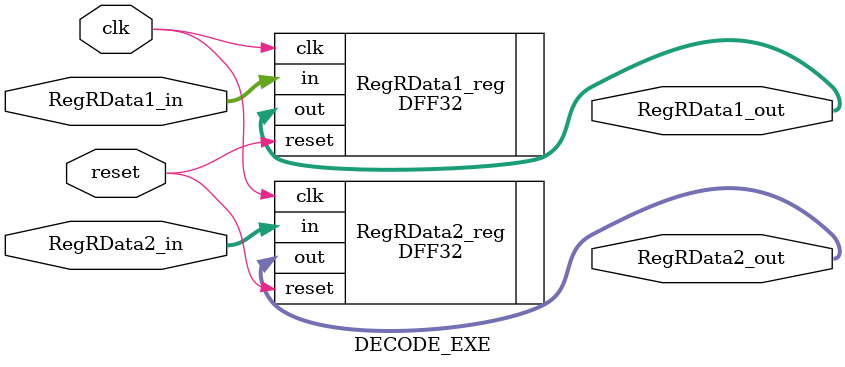
<source format=v>
`timescale 1ns / 1ps

module DECODE_EXE(
    input clk,
    input reset,
    input [31:0] RegRData1_in,
    input [31:0] RegRData2_in,
    output [31:0] RegRData1_out,
    output [31:0] RegRData2_out
    );

    DFF32 RegRData1_reg(
        .clk(clk), .reset(reset), 
        .in(RegRData1_in),
        .out(RegRData1_out)
    );

    DFF32 RegRData2_reg(
        .clk(clk), .reset(reset), 
        .in(RegRData2_in),
        .out(RegRData2_out)
    );

endmodule
</source>
